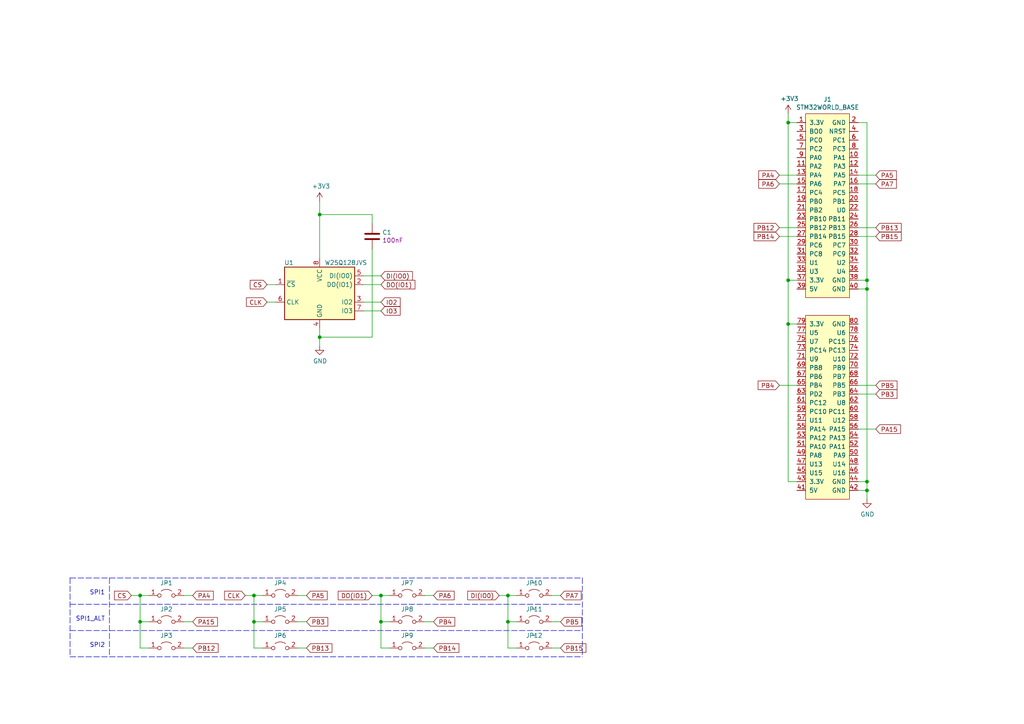
<source format=kicad_sch>
(kicad_sch (version 20211123) (generator eeschema)
  (paper "A4")
  (title_block (title "${TITLE}") (rev "${REVISION}") (company "${COMPANY}") (comment 1 "${URL}") (comment 2 "${AUTHOR}") (comment 3 "${AUTHOR_EMAIL}"))
  (lib_symbols
    (symbol "Jumper:Jumper_2_Open" (pin_names (offset 0) hide)
      (property "Reference" "JP" (at 0 2.794 0))
      (property "Value" "Jumper_2_Open" (at 0 -2.286 0))
      (symbol "Jumper_2_Open_0_0"
        (circle (center -2.032 0) (radius 0.508))
        (circle (center 2.032 0) (radius 0.508))
      )
      (symbol "Jumper_2_Open_0_1"
        (arc (start 1.524 1.27) (mid 0 1.778) (end -1.524 1.27))
      )
      (symbol "Jumper_2_Open_1_1"
        (pin passive line (at -5.08 0 0) (length 2.54) (name "A") (number "1"))
        (pin passive line (at 5.08 0 180) (length 2.54) (name "B") (number "2"))
      )
    )
    (symbol "power:+3.3V" (power) (pin_names (offset 0))
      (property "Value" "+3.3V" (at 0 3.556 0))
      (symbol "+3.3V_0_1"
        (polyline (pts (xy -0.762 1.27) (xy 0 2.54)))
        (polyline (pts (xy 0 0) (xy 0 2.54)))
        (polyline (pts (xy 0 2.54) (xy 0.762 1.27)))
      )
      (symbol "+3.3V_1_1"
        (pin power_in line (at 0 0 90) (length 0) hide (name "+3V3") (number "1"))
      )
    )
    (symbol "power:GND" (power) (pin_names (offset 0))
      (property "Value" "GND" (at 0 -3.81 0))
      (symbol "GND_0_1"
        (polyline (pts (xy 0 0) (xy 0 -1.27) (xy 1.27 -1.27) (xy 0 -2.54) (xy -1.27 -1.27) (xy 0 -1.27)))
      )
      (symbol "GND_1_1"
        (pin power_in line (at 0 0 270) (length 0) hide (name "GND") (number "1"))
      )
    )
    (symbol "stm32world:C_100NF_0603" (pin_numbers hide) (pin_names (offset 0.254))
      (property "Reference" "C" (at 0.635 2.54 0))
      (property "Display" "100nF" (at 3.81 -2.54 0))
      (symbol "C_100NF_0603_0_1"
        (polyline (pts (xy -2.032 -0.762) (xy 2.032 -0.762)) (stroke (width 0.508)))
        (polyline (pts (xy -2.032 0.762) (xy 2.032 0.762)) (stroke (width 0.508)))
      )
      (symbol "C_100NF_0603_1_1"
        (pin passive line (at 0 3.81 270) (length 2.794) (name "~") (number "1"))
        (pin passive line (at 0 -3.81 90) (length 2.794) (name "~") (number "2"))
      )
    )
    (symbol "stm32world:STM32WORLD_BASE" (pin_names (offset 1.016))
      (property "Reference" "J" (at -6.35 57.15 0))
      (property "Value" "STM32WORLD_BASE" (at 10.16 57.15 0))
      (symbol "STM32WORLD_BASE_0_1"
        (rectangle (start -6.35 55.88) (end 6.35 2.54) (fill (type background)))
        (rectangle (start 6.35 -2.54) (end -6.35 -55.88) (fill (type background)))
      )
      (symbol "STM32WORLD_BASE_1_1"
        (pin passive line (at -8.89 53.34 0) (length 2.54) (name "3.3V") (number "1"))
        (pin passive line (at 8.89 43.18 180) (length 2.54) (name "PA1") (number "10"))
        (pin passive line (at -8.89 40.64 0) (length 2.54) (name "PA2") (number "11"))
        (pin passive line (at 8.89 40.64 180) (length 2.54) (name "PA3") (number "12"))
        (pin passive line (at -8.89 38.1 0) (length 2.54) (name "PA4") (number "13"))
        (pin passive line (at 8.89 38.1 180) (length 2.54) (name "PA5") (number "14"))
        (pin passive line (at -8.89 35.56 0) (length 2.54) (name "PA6") (number "15"))
        (pin passive line (at 8.89 35.56 180) (length 2.54) (name "PA7") (number "16"))
        (pin passive line (at -8.89 33.02 0) (length 2.54) (name "PC4") (number "17"))
        (pin passive line (at 8.89 33.02 180) (length 2.54) (name "PC5") (number "18"))
        (pin passive line (at -8.89 30.48 0) (length 2.54) (name "PB0") (number "19"))
        (pin passive line (at 8.89 53.34 180) (length 2.54) (name "GND") (number "2"))
        (pin passive line (at 8.89 30.48 180) (length 2.54) (name "PB1") (number "20"))
        (pin passive line (at -8.89 27.94 0) (length 2.54) (name "PB2") (number "21"))
        (pin passive line (at 8.89 27.94 180) (length 2.54) (name "U0") (number "22"))
        (pin passive line (at -8.89 25.4 0) (length 2.54) (name "PB10") (number "23"))
        (pin passive line (at 8.89 25.4 180) (length 2.54) (name "PB11") (number "24"))
        (pin passive line (at -8.89 22.86 0) (length 2.54) (name "PB12") (number "25"))
        (pin passive line (at 8.89 22.86 180) (length 2.54) (name "PB13") (number "26"))
        (pin passive line (at -8.89 20.32 0) (length 2.54) (name "PB14") (number "27"))
        (pin passive line (at 8.89 20.32 180) (length 2.54) (name "PB15") (number "28"))
        (pin passive line (at -8.89 17.78 0) (length 2.54) (name "PC6") (number "29"))
        (pin passive line (at -8.89 50.8 0) (length 2.54) (name "BO0") (number "3"))
        (pin passive line (at 8.89 17.78 180) (length 2.54) (name "PC7") (number "30"))
        (pin passive line (at -8.89 15.24 0) (length 2.54) (name "PC8") (number "31"))
        (pin passive line (at 8.89 15.24 180) (length 2.54) (name "PC9") (number "32"))
        (pin passive line (at -8.89 12.7 0) (length 2.54) (name "U1") (number "33"))
        (pin passive line (at 8.89 12.7 180) (length 2.54) (name "U2") (number "34"))
        (pin passive line (at -8.89 10.16 0) (length 2.54) (name "U3") (number "35"))
        (pin passive line (at 8.89 10.16 180) (length 2.54) (name "U4") (number "36"))
        (pin passive line (at -8.89 7.62 0) (length 2.54) (name "3.3V") (number "37"))
        (pin passive line (at 8.89 7.62 180) (length 2.54) (name "GND") (number "38"))
        (pin passive line (at -8.89 5.08 0) (length 2.54) (name "5V") (number "39"))
        (pin passive line (at 8.89 50.8 180) (length 2.54) (name "NRST") (number "4"))
        (pin passive line (at 8.89 5.08 180) (length 2.54) (name "GND") (number "40"))
        (pin passive line (at -8.89 -53.34 0) (length 2.54) (name "5V") (number "41"))
        (pin passive line (at 8.89 -53.34 180) (length 2.54) (name "GND") (number "42"))
        (pin passive line (at -8.89 -50.8 0) (length 2.54) (name "3.3V") (number "43"))
        (pin passive line (at 8.89 -50.8 180) (length 2.54) (name "GND") (number "44"))
        (pin passive line (at -8.89 -48.26 0) (length 2.54) (name "U15") (number "45"))
        (pin passive line (at 8.89 -48.26 180) (length 2.54) (name "U16") (number "46"))
        (pin passive line (at -8.89 -45.72 0) (length 2.54) (name "U13") (number "47"))
        (pin passive line (at 8.89 -45.72 180) (length 2.54) (name "U14") (number "48"))
        (pin passive line (at -8.89 -43.18 0) (length 2.54) (name "PA8") (number "49"))
        (pin passive line (at -8.89 48.26 0) (length 2.54) (name "PC0") (number "5"))
        (pin passive line (at 8.89 -43.18 180) (length 2.54) (name "PA9") (number "50"))
        (pin passive line (at -8.89 -40.64 0) (length 2.54) (name "PA10") (number "51"))
        (pin passive line (at 8.89 -40.64 180) (length 2.54) (name "PA11") (number "52"))
        (pin passive line (at -8.89 -38.1 0) (length 2.54) (name "PA12") (number "53"))
        (pin passive line (at 8.89 -38.1 180) (length 2.54) (name "PA13") (number "54"))
        (pin passive line (at -8.89 -35.56 0) (length 2.54) (name "PA14") (number "55"))
        (pin passive line (at 8.89 -35.56 180) (length 2.54) (name "PA15") (number "56"))
        (pin passive line (at -8.89 -33.02 0) (length 2.54) (name "U11") (number "57"))
        (pin passive line (at 8.89 -33.02 180) (length 2.54) (name "U12") (number "58"))
        (pin passive line (at -8.89 -30.48 0) (length 2.54) (name "PC10") (number "59"))
        (pin passive line (at 8.89 48.26 180) (length 2.54) (name "PC1") (number "6"))
        (pin passive line (at 8.89 -30.48 180) (length 2.54) (name "PC11") (number "60"))
        (pin passive line (at -8.89 -27.94 0) (length 2.54) (name "PC12") (number "61"))
        (pin passive line (at 8.89 -27.94 180) (length 2.54) (name "U8") (number "62"))
        (pin passive line (at -8.89 -25.4 0) (length 2.54) (name "PD2") (number "63"))
        (pin passive line (at 8.89 -25.4 180) (length 2.54) (name "PB3") (number "64"))
        (pin passive line (at -8.89 -22.86 0) (length 2.54) (name "PB4") (number "65"))
        (pin passive line (at 8.89 -22.86 180) (length 2.54) (name "PB5") (number "66"))
        (pin passive line (at -8.89 -20.32 0) (length 2.54) (name "PB6") (number "67"))
        (pin passive line (at 8.89 -20.32 180) (length 2.54) (name "PB7") (number "68"))
        (pin passive line (at -8.89 -17.78 0) (length 2.54) (name "PB8") (number "69"))
        (pin passive line (at -8.89 45.72 0) (length 2.54) (name "PC2") (number "7"))
        (pin passive line (at 8.89 -17.78 180) (length 2.54) (name "PB9") (number "70"))
        (pin passive line (at -8.89 -15.24 0) (length 2.54) (name "U9") (number "71"))
        (pin passive line (at 8.89 -15.24 180) (length 2.54) (name "U10") (number "72"))
        (pin passive line (at -8.89 -12.7 0) (length 2.54) (name "PC14") (number "73"))
        (pin passive line (at 8.89 -12.7 180) (length 2.54) (name "PC13") (number "74"))
        (pin passive line (at -8.89 -10.16 0) (length 2.54) (name "U7") (number "75"))
        (pin passive line (at 8.89 -10.16 180) (length 2.54) (name "PC15") (number "76"))
        (pin passive line (at -8.89 -7.62 0) (length 2.54) (name "U5") (number "77"))
        (pin passive line (at 8.89 -7.62 180) (length 2.54) (name "U6") (number "78"))
        (pin passive line (at -8.89 -5.08 0) (length 2.54) (name "3.3V") (number "79"))
        (pin passive line (at 8.89 45.72 180) (length 2.54) (name "PC3") (number "8"))
        (pin passive line (at 8.89 -5.08 180) (length 2.54) (name "GND") (number "80"))
        (pin passive line (at -8.89 43.18 0) (length 2.54) (name "PA0") (number "9"))
      )
    )
    (symbol "stm32world:W25Q128JVS"
      (property "Reference" "U" (at -8.89 8.89 0))
      (property "Value" "W25Q128JVS" (at 7.62 8.89 0))
      (symbol "W25Q128JVS_0_1"
        (rectangle (start -10.16 7.62) (end 10.16 -7.62) (stroke (width 0.254)) (fill (type background)))
      )
      (symbol "W25Q128JVS_1_1"
        (pin input line (at -12.7 2.54 0) (length 2.54) (name "~{CS}") (number "1"))
        (pin bidirectional line (at 12.7 2.54 180) (length 2.54) (name "DO(IO1)") (number "2"))
        (pin bidirectional line (at 12.7 -2.54 180) (length 2.54) (name "IO2") (number "3"))
        (pin power_in line (at 0 -10.16 90) (length 2.54) (name "GND") (number "4"))
        (pin bidirectional line (at 12.7 5.08 180) (length 2.54) (name "DI(IO0)") (number "5"))
        (pin input line (at -12.7 -2.54 0) (length 2.54) (name "CLK") (number "6"))
        (pin bidirectional line (at 12.7 -5.08 180) (length 2.54) (name "IO3") (number "7"))
        (pin power_in line (at 0 10.16 270) (length 2.54) (name "VCC") (number "8"))
      )
    )
  )
  (junction (at 147.32 172.72))
  (junction (at 251.46 142.24))
  (junction (at 92.71 62.23))
  (junction (at 228.6 35.56))
  (junction (at 251.46 139.7))
  (junction (at 92.71 97.79))
  (junction (at 110.49 172.72))
  (junction (at 228.6 93.98))
  (junction (at 73.66 180.34))
  (junction (at 228.6 81.28))
  (junction (at 73.66 172.72))
  (junction (at 147.32 180.34))
  (junction (at 40.64 180.34))
  (junction (at 251.46 83.82))
  (junction (at 40.64 172.72))
  (junction (at 110.49 180.34))
  (junction (at 251.46 81.28))
  (wire (pts (xy 248.92 139.7) (xy 251.46 139.7)))
  (wire (pts (xy 40.64 180.34) (xy 40.64 187.96)))
  (wire (pts (xy 110.49 187.96) (xy 113.03 187.96)))
  (wire (pts (xy 231.14 53.34) (xy 226.06 53.34)))
  (wire (pts (xy 160.02 180.34) (xy 162.56 180.34)))
  (wire (pts (xy 110.49 90.17) (xy 105.41 90.17)))
  (wire (pts (xy 53.34 180.34) (xy 55.88 180.34)))
  (wire (pts (xy 73.66 172.72) (xy 73.66 180.34)))
  (wire (pts (xy 228.6 35.56) (xy 228.6 81.28)))
  (wire (pts (xy 251.46 142.24) (xy 251.46 139.7)))
  (polyline (pts (xy 20.32 182.88) (xy 168.91 182.88)))
  (wire (pts (xy 144.78 172.72) (xy 147.32 172.72)))
  (wire (pts (xy 228.6 81.28) (xy 231.14 81.28)))
  (wire (pts (xy 53.34 172.72) (xy 55.88 172.72)))
  (wire (pts (xy 251.46 144.78) (xy 251.46 142.24)))
  (wire (pts (xy 107.95 72.39) (xy 107.95 97.79)))
  (wire (pts (xy 254 53.34) (xy 248.92 53.34)))
  (wire (pts (xy 53.34 187.96) (xy 55.88 187.96)))
  (wire (pts (xy 251.46 81.28) (xy 251.46 35.56)))
  (wire (pts (xy 107.95 64.77) (xy 107.95 62.23)))
  (wire (pts (xy 38.1 172.72) (xy 40.64 172.72)))
  (wire (pts (xy 77.47 82.55) (xy 80.01 82.55)))
  (wire (pts (xy 147.32 187.96) (xy 149.86 187.96)))
  (wire (pts (xy 110.49 172.72) (xy 110.49 180.34)))
  (wire (pts (xy 92.71 97.79) (xy 92.71 100.33)))
  (wire (pts (xy 228.6 139.7) (xy 231.14 139.7)))
  (wire (pts (xy 254 66.04) (xy 248.92 66.04)))
  (wire (pts (xy 113.03 180.34) (xy 110.49 180.34)))
  (wire (pts (xy 43.18 180.34) (xy 40.64 180.34)))
  (wire (pts (xy 248.92 111.76) (xy 254 111.76)))
  (polyline (pts (xy 20.32 167.64) (xy 20.32 190.5)))
  (wire (pts (xy 92.71 95.25) (xy 92.71 97.79)))
  (wire (pts (xy 248.92 83.82) (xy 251.46 83.82)))
  (wire (pts (xy 251.46 35.56) (xy 248.92 35.56)))
  (wire (pts (xy 86.36 187.96) (xy 88.9 187.96)))
  (wire (pts (xy 228.6 33.02) (xy 228.6 35.56)))
  (wire (pts (xy 105.41 87.63) (xy 110.49 87.63)))
  (wire (pts (xy 123.19 172.72) (xy 125.73 172.72)))
  (wire (pts (xy 147.32 180.34) (xy 147.32 187.96)))
  (wire (pts (xy 92.71 58.42) (xy 92.71 62.23)))
  (wire (pts (xy 123.19 187.96) (xy 125.73 187.96)))
  (polyline (pts (xy 20.32 190.5) (xy 168.91 190.5)))
  (wire (pts (xy 149.86 180.34) (xy 147.32 180.34)))
  (wire (pts (xy 254 114.3) (xy 248.92 114.3)))
  (wire (pts (xy 254 68.58) (xy 248.92 68.58)))
  (wire (pts (xy 110.49 82.55) (xy 105.41 82.55)))
  (wire (pts (xy 228.6 93.98) (xy 228.6 139.7)))
  (wire (pts (xy 110.49 180.34) (xy 110.49 187.96)))
  (wire (pts (xy 107.95 97.79) (xy 92.71 97.79)))
  (wire (pts (xy 248.92 50.8) (xy 254 50.8)))
  (wire (pts (xy 86.36 180.34) (xy 88.9 180.34)))
  (wire (pts (xy 160.02 187.96) (xy 162.56 187.96)))
  (wire (pts (xy 254 124.46) (xy 248.92 124.46)))
  (wire (pts (xy 226.06 68.58) (xy 231.14 68.58)))
  (wire (pts (xy 228.6 93.98) (xy 231.14 93.98)))
  (wire (pts (xy 86.36 172.72) (xy 88.9 172.72)))
  (wire (pts (xy 226.06 50.8) (xy 231.14 50.8)))
  (wire (pts (xy 71.12 172.72) (xy 73.66 172.72)))
  (wire (pts (xy 147.32 172.72) (xy 147.32 180.34)))
  (wire (pts (xy 226.06 111.76) (xy 231.14 111.76)))
  (wire (pts (xy 251.46 139.7) (xy 251.46 83.82)))
  (wire (pts (xy 160.02 172.72) (xy 162.56 172.72)))
  (polyline (pts (xy 168.91 167.64) (xy 168.91 190.5)))
  (wire (pts (xy 248.92 81.28) (xy 251.46 81.28)))
  (polyline (pts (xy 20.32 167.64) (xy 168.91 167.64)))
  (wire (pts (xy 73.66 180.34) (xy 73.66 187.96)))
  (wire (pts (xy 76.2 180.34) (xy 73.66 180.34)))
  (wire (pts (xy 228.6 81.28) (xy 228.6 93.98)))
  (wire (pts (xy 226.06 66.04) (xy 231.14 66.04)))
  (wire (pts (xy 40.64 187.96) (xy 43.18 187.96)))
  (wire (pts (xy 147.32 172.72) (xy 149.86 172.72)))
  (wire (pts (xy 107.95 62.23) (xy 92.71 62.23)))
  (wire (pts (xy 40.64 172.72) (xy 43.18 172.72)))
  (wire (pts (xy 107.95 172.72) (xy 110.49 172.72)))
  (wire (pts (xy 92.71 62.23) (xy 92.71 74.93)))
  (polyline (pts (xy 20.32 175.26) (xy 168.91 175.26)))
  (wire (pts (xy 123.19 180.34) (xy 125.73 180.34)))
  (wire (pts (xy 73.66 172.72) (xy 76.2 172.72)))
  (wire (pts (xy 40.64 172.72) (xy 40.64 180.34)))
  (wire (pts (xy 228.6 35.56) (xy 231.14 35.56)))
  (wire (pts (xy 251.46 83.82) (xy 251.46 81.28)))
  (wire (pts (xy 110.49 172.72) (xy 113.03 172.72)))
  (polyline (pts (xy 31.75 167.64) (xy 31.75 190.5)))
  (wire (pts (xy 248.92 142.24) (xy 251.46 142.24)))
  (wire (pts (xy 77.47 87.63) (xy 80.01 87.63)))
  (wire (pts (xy 105.41 80.01) (xy 110.49 80.01)))
  (wire (pts (xy 73.66 187.96) (xy 76.2 187.96)))
  (text "SPI1_ALT" (at 30.48 180.34 180) (effects (font (size 1.27 1.27)) (justify right bottom)))
  (text "SPI1" (at 30.48 172.72 180) (effects (font (size 1.27 1.27)) (justify right bottom)))
  (text "SPI2" (at 30.48 187.96 180) (effects (font (size 1.27 1.27)) (justify right bottom)))
  (global_label "PA4" (shape input) (at 55.88 172.72 0) (property "Intersheet References" "${INTERSHEET_REFS}" (effects hide)))
  (global_label "CS" (shape input) (at 38.1 172.72 180) (property "Intersheet References" "${INTERSHEET_REFS}" (effects hide)))
  (global_label "DI(IO0)" (shape input) (at 144.78 172.72 180) (property "Intersheet References" "${INTERSHEET_REFS}" (effects hide)))
  (global_label "PB3" (shape input) (at 254 114.3 0) (property "Intersheet References" "${INTERSHEET_REFS}" (effects hide)))
  (global_label "PA4" (shape input) (at 226.06 50.8 180) (property "Intersheet References" "${INTERSHEET_REFS}" (effects hide)))
  (global_label "PA15" (shape input) (at 55.88 180.34 0) (property "Intersheet References" "${INTERSHEET_REFS}" (effects hide)))
  (global_label "PB14" (shape input) (at 226.06 68.58 180) (property "Intersheet References" "${INTERSHEET_REFS}" (effects hide)))
  (global_label "PB4" (shape input) (at 226.06 111.76 180) (property "Intersheet References" "${INTERSHEET_REFS}" (effects hide)))
  (global_label "PA6" (shape input) (at 125.73 172.72 0) (property "Intersheet References" "${INTERSHEET_REFS}" (effects hide)))
  (global_label "PA5" (shape input) (at 254 50.8 0) (property "Intersheet References" "${INTERSHEET_REFS}" (effects hide)))
  (global_label "DO(IO1)" (shape input) (at 110.49 82.55 0) (property "Intersheet References" "${INTERSHEET_REFS}" (effects hide)))
  (global_label "PA7" (shape input) (at 254 53.34 0) (property "Intersheet References" "${INTERSHEET_REFS}" (effects hide)))
  (global_label "PB4" (shape input) (at 125.73 180.34 0) (property "Intersheet References" "${INTERSHEET_REFS}" (effects hide)))
  (global_label "PB12" (shape input) (at 55.88 187.96 0) (property "Intersheet References" "${INTERSHEET_REFS}" (effects hide)))
  (global_label "PB13" (shape input) (at 254 66.04 0) (property "Intersheet References" "${INTERSHEET_REFS}" (effects hide)))
  (global_label "IO2" (shape input) (at 110.49 87.63 0) (property "Intersheet References" "${INTERSHEET_REFS}" (effects hide)))
  (global_label "IO3" (shape input) (at 110.49 90.17 0) (property "Intersheet References" "${INTERSHEET_REFS}" (effects hide)))
  (global_label "PB14" (shape input) (at 125.73 187.96 0) (property "Intersheet References" "${INTERSHEET_REFS}" (effects hide)))
  (global_label "PB12" (shape input) (at 226.06 66.04 180) (property "Intersheet References" "${INTERSHEET_REFS}" (effects hide)))
  (global_label "PB13" (shape input) (at 88.9 187.96 0) (property "Intersheet References" "${INTERSHEET_REFS}" (effects hide)))
  (global_label "PA6" (shape input) (at 226.06 53.34 180) (property "Intersheet References" "${INTERSHEET_REFS}" (effects hide)))
  (global_label "PA5" (shape input) (at 88.9 172.72 0) (property "Intersheet References" "${INTERSHEET_REFS}" (effects hide)))
  (global_label "CLK" (shape input) (at 77.47 87.63 180) (property "Intersheet References" "${INTERSHEET_REFS}" (effects hide)))
  (global_label "CS" (shape input) (at 77.47 82.55 180) (property "Intersheet References" "${INTERSHEET_REFS}" (effects hide)))
  (global_label "PB5" (shape input) (at 162.56 180.34 0) (property "Intersheet References" "${INTERSHEET_REFS}" (effects hide)))
  (global_label "DI(IO0)" (shape input) (at 110.49 80.01 0) (property "Intersheet References" "${INTERSHEET_REFS}" (effects hide)))
  (global_label "PB15" (shape input) (at 162.56 187.96 0) (property "Intersheet References" "${INTERSHEET_REFS}" (effects hide)))
  (global_label "PA15" (shape input) (at 254 124.46 0) (property "Intersheet References" "${INTERSHEET_REFS}" (effects hide)))
  (global_label "PA7" (shape input) (at 162.56 172.72 0) (property "Intersheet References" "${INTERSHEET_REFS}" (effects hide)))
  (global_label "CLK" (shape input) (at 71.12 172.72 180) (property "Intersheet References" "${INTERSHEET_REFS}" (effects hide)))
  (global_label "PB15" (shape input) (at 254 68.58 0) (property "Intersheet References" "${INTERSHEET_REFS}" (effects hide)))
  (global_label "DO(IO1)" (shape input) (at 107.95 172.72 180) (property "Intersheet References" "${INTERSHEET_REFS}" (effects hide)))
  (global_label "PB3" (shape input) (at 88.9 180.34 0) (property "Intersheet References" "${INTERSHEET_REFS}" (effects hide)))
  (global_label "PB5" (shape input) (at 254 111.76 0) (property "Intersheet References" "${INTERSHEET_REFS}" (effects hide)))
  (symbol (lib_id "stm32world:STM32WORLD_BASE") (at 240.03 88.9 0) (unit 1)
    (property "Reference" "J1" (at 240.03 28.829 0))
    (property "Value" "STM32WORLD_BASE" (at 240.03 31.1404 0))
    (property "Footprint" "stm32world:STM32WORLD_BASE" (effects hide))
  )
  (symbol (lib_id "stm32world:W25Q128JVS") (at 92.71 85.09 0) (unit 1)
    (property "Reference" "U1" (at 83.82 76.2 0))
    (property "Value" "W25Q128JVS" (at 100.33 76.2 0))
    (property "Footprint" "Package_SO:SOIC-8_5.275x5.275mm_P1.27mm" (effects hide))
    (property "Datasheet" "http://www.winbond.com/resource-files/w25q128jv_dtr%20revc%2003272018%20plus.pdf" (effects hide))
    (property "LCSC" "C97521" (effects hide))
  )
  (symbol (lib_id "stm32world:C_100NF_0603") (at 107.95 68.58 0) (unit 1)
    (property "Reference" "C1" (at 110.871 67.4116 0) (effects (justify left)))
    (property "Value" "C_100NF_0603" (effects hide))
    (property "Footprint" "Capacitor_SMD:C_0603_1608Metric" (effects hide))
    (property "Display" "100nF" (at 110.871 69.723 0) (effects (justify left)))
    (property "LCSC" "C14663" (effects hide))
  )
  (symbol (lib_id "power:GND") (at 92.71 100.33 0) (unit 1)
    (property "Reference" "#PWR0101" (effects hide))
    (property "Value" "GND" (at 92.837 104.7242 0))
  )
  (symbol (lib_id "power:+3.3V") (at 92.71 58.42 0) (unit 1)
    (property "Reference" "#PWR0102" (effects hide))
    (property "Value" "+3.3V" (at 93.091 54.0258 0))
  )
  (symbol (lib_id "Jumper:Jumper_2_Open") (at 48.26 172.72 0) (unit 1)
    (property "Reference" "JP1" (at 48.26 169.0878 0))
    (property "Value" "~" (at 48.26 169.0624 0))
    (property "Footprint" "Jumper:SolderJumper-2_P1.3mm_Open_RoundedPad1.0x1.5mm" (effects hide))
  )
  (symbol (lib_id "Jumper:Jumper_2_Open") (at 81.28 172.72 0) (unit 1)
    (property "Reference" "JP4" (at 81.28 169.0878 0))
    (property "Value" "~" (at 81.28 169.0624 0))
    (property "Footprint" "Jumper:SolderJumper-2_P1.3mm_Open_RoundedPad1.0x1.5mm" (effects hide))
  )
  (symbol (lib_id "Jumper:Jumper_2_Open") (at 118.11 172.72 0) (unit 1)
    (property "Reference" "JP7" (at 118.11 169.0878 0))
    (property "Value" "~" (at 118.11 169.0624 0))
    (property "Footprint" "Jumper:SolderJumper-2_P1.3mm_Open_RoundedPad1.0x1.5mm" (effects hide))
  )
  (symbol (lib_id "Jumper:Jumper_2_Open") (at 154.94 172.72 0) (unit 1)
    (property "Reference" "JP10" (at 154.94 169.0878 0))
    (property "Value" "~" (at 154.94 169.0624 0))
    (property "Footprint" "Jumper:SolderJumper-2_P1.3mm_Open_RoundedPad1.0x1.5mm" (effects hide))
  )
  (symbol (lib_id "Jumper:Jumper_2_Open") (at 48.26 180.34 0) (unit 1)
    (property "Reference" "JP2" (at 48.26 176.7078 0))
    (property "Value" "~" (at 48.26 176.6824 0))
    (property "Footprint" "Jumper:SolderJumper-2_P1.3mm_Open_RoundedPad1.0x1.5mm" (effects hide))
  )
  (symbol (lib_id "Jumper:Jumper_2_Open") (at 81.28 180.34 0) (unit 1)
    (property "Reference" "JP5" (at 81.28 176.7078 0))
    (property "Value" "~" (at 81.28 176.6824 0))
    (property "Footprint" "Jumper:SolderJumper-2_P1.3mm_Open_RoundedPad1.0x1.5mm" (effects hide))
  )
  (symbol (lib_id "Jumper:Jumper_2_Open") (at 118.11 180.34 0) (unit 1)
    (property "Reference" "JP8" (at 118.11 176.7078 0))
    (property "Value" "~" (at 118.11 176.6824 0))
    (property "Footprint" "Jumper:SolderJumper-2_P1.3mm_Open_RoundedPad1.0x1.5mm" (effects hide))
  )
  (symbol (lib_id "Jumper:Jumper_2_Open") (at 154.94 180.34 0) (unit 1)
    (property "Reference" "JP11" (at 154.94 176.7078 0))
    (property "Value" "~" (at 154.94 176.6824 0))
    (property "Footprint" "Jumper:SolderJumper-2_P1.3mm_Open_RoundedPad1.0x1.5mm" (effects hide))
  )
  (symbol (lib_id "Jumper:Jumper_2_Open") (at 48.26 187.96 0) (unit 1)
    (property "Reference" "JP3" (at 48.26 184.3278 0))
    (property "Value" "~" (at 48.26 184.3024 0))
    (property "Footprint" "Jumper:SolderJumper-2_P1.3mm_Open_RoundedPad1.0x1.5mm" (effects hide))
  )
  (symbol (lib_id "Jumper:Jumper_2_Open") (at 81.28 187.96 0) (unit 1)
    (property "Reference" "JP6" (at 81.28 184.3278 0))
    (property "Value" "~" (at 81.28 184.3024 0))
    (property "Footprint" "Jumper:SolderJumper-2_P1.3mm_Open_RoundedPad1.0x1.5mm" (effects hide))
  )
  (symbol (lib_id "Jumper:Jumper_2_Open") (at 118.11 187.96 0) (unit 1)
    (property "Reference" "JP9" (at 118.11 184.3278 0))
    (property "Value" "~" (at 118.11 184.3024 0))
    (property "Footprint" "Jumper:SolderJumper-2_P1.3mm_Open_RoundedPad1.0x1.5mm" (effects hide))
  )
  (symbol (lib_id "Jumper:Jumper_2_Open") (at 154.94 187.96 0) (unit 1)
    (property "Reference" "JP12" (at 154.94 184.3278 0))
    (property "Value" "~" (at 154.94 184.3024 0))
    (property "Footprint" "Jumper:SolderJumper-2_P1.3mm_Open_RoundedPad1.0x1.5mm" (effects hide))
  )
  (symbol (lib_id "power:+3.3V") (at 228.6 33.02 0) (unit 1)
    (property "Reference" "#PWR0103" (effects hide))
    (property "Value" "+3.3V" (at 228.981 28.6258 0))
  )
  (symbol (lib_id "power:GND") (at 251.46 144.78 0) (unit 1)
    (property "Reference" "#PWR0104" (effects hide))
    (property "Value" "GND" (at 251.587 149.1742 0))
  )
)
</source>
